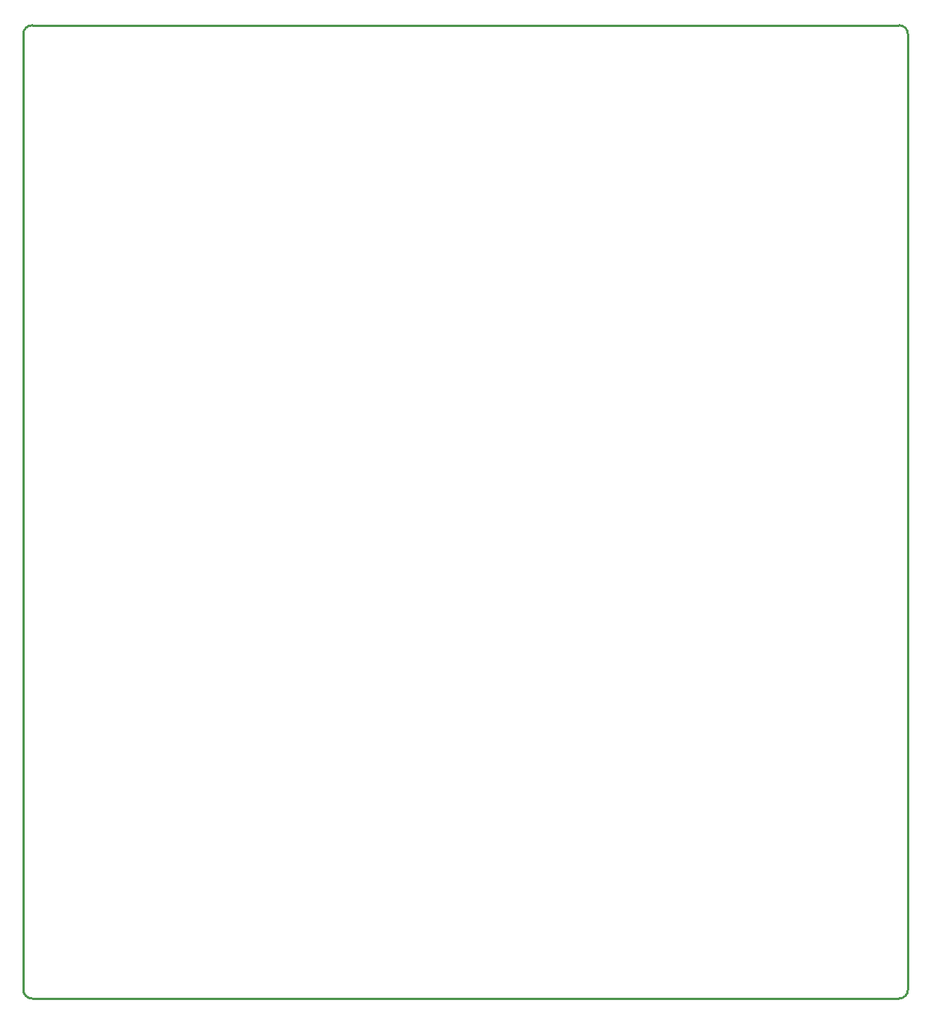
<source format=gko>
G04 Layer: BoardOutline*
G04 EasyEDA v6.4.20.6, 2021-08-16T11:23:07+05:00*
G04 c3a099c2b70d45deafa0669b64b3af86,5b6d1f2078ba48c69a4fdbf02e9f565d,10*
G04 Gerber Generator version 0.2*
G04 Scale: 100 percent, Rotated: No, Reflected: No *
G04 Dimensions in millimeters *
G04 leading zeros omitted , absolute positions ,4 integer and 5 decimal *
%FSLAX45Y45*%
%MOMM*%

%ADD10C,0.2540*%
D10*
X710999Y-19536001D02*
G01*
X710999Y-8735999D01*
X10610999Y-19636000D02*
G01*
X810999Y-19636000D01*
X10710999Y-8735999D02*
G01*
X10710999Y-19536001D01*
X810999Y-8636000D02*
G01*
X10610999Y-8636000D01*
G75*
G01*
X10611000Y-8636000D02*
G02*
X10711000Y-8736000I0J-100000D01*
G75*
G01*
X10711000Y-19536001D02*
G02*
X10611000Y-19636001I-100000J0D01*
G75*
G01*
X810999Y-19636001D02*
G02*
X710999Y-19536001I0J100000D01*
G75*
G01*
X710999Y-8736000D02*
G02*
X810999Y-8636000I100000J0D01*

%LPD*%
M02*

</source>
